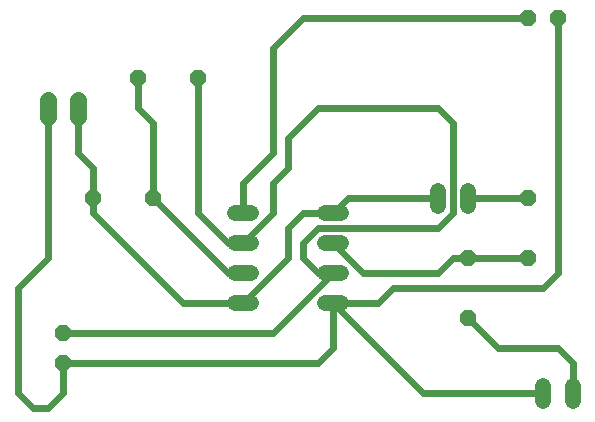
<source format=gbr>
G04 EAGLE Gerber RS-274X export*
G75*
%MOMM*%
%FSLAX34Y34*%
%LPD*%
%INTop Copper*%
%IPPOS*%
%AMOC8*
5,1,8,0,0,1.08239X$1,22.5*%
G01*
%ADD10P,1.429621X8X292.500000*%
%ADD11P,1.429621X8X22.500000*%
%ADD12C,1.320800*%
%ADD13P,1.429621X8X202.500000*%
%ADD14P,1.429621X8X112.500000*%
%ADD15C,1.422400*%
%ADD16C,0.609600*%


D10*
X139700Y279400D03*
X139700Y254000D03*
D11*
X533400Y546100D03*
X558800Y546100D03*
D12*
X482600Y400304D02*
X482600Y387096D01*
X457200Y387096D02*
X457200Y400304D01*
X546100Y235204D02*
X546100Y221996D01*
X571500Y221996D02*
X571500Y235204D01*
X374904Y304800D02*
X361696Y304800D01*
X361696Y330200D02*
X374904Y330200D01*
X298704Y330200D02*
X285496Y330200D01*
X285496Y304800D02*
X298704Y304800D01*
X361696Y355600D02*
X374904Y355600D01*
X374904Y381000D02*
X361696Y381000D01*
X298704Y355600D02*
X285496Y355600D01*
X285496Y381000D02*
X298704Y381000D01*
D13*
X215900Y393700D03*
X165100Y393700D03*
X254000Y495300D03*
X203200Y495300D03*
D14*
X533400Y342900D03*
X533400Y393700D03*
X482600Y292100D03*
X482600Y342900D03*
D15*
X127000Y462788D02*
X127000Y477012D01*
X152400Y477012D02*
X152400Y462788D01*
D16*
X203200Y469900D02*
X215900Y457200D01*
X203200Y469900D02*
X203200Y495300D01*
X215900Y457200D02*
X215900Y393700D01*
X279400Y330200D01*
X292100Y330200D01*
X254000Y381000D02*
X254000Y495300D01*
X254000Y381000D02*
X279400Y355600D01*
X292100Y355600D01*
X317500Y279400D02*
X139700Y279400D01*
X317500Y279400D02*
X368300Y330200D01*
X355600Y368300D02*
X457200Y368300D01*
X469900Y381000D01*
X469900Y457200D01*
X457200Y469900D01*
X355600Y469900D01*
X330200Y444500D01*
X342900Y355600D02*
X342900Y342900D01*
X355600Y330200D01*
X368300Y330200D01*
X342900Y355600D02*
X355600Y368300D01*
X317500Y381000D02*
X317500Y406400D01*
X330200Y419100D01*
X330200Y444500D01*
X317500Y381000D02*
X292100Y355600D01*
X152400Y431800D02*
X152400Y469900D01*
X152400Y431800D02*
X165100Y419100D01*
X165100Y393700D01*
X241300Y304800D02*
X292100Y304800D01*
X241300Y304800D02*
X165100Y381000D01*
X165100Y393700D01*
X368300Y381000D02*
X381000Y393700D01*
X457200Y393700D01*
X330200Y342900D02*
X292100Y304800D01*
X330200Y368300D02*
X342900Y381000D01*
X368300Y381000D01*
X330200Y368300D02*
X330200Y342900D01*
X127000Y342900D02*
X127000Y469900D01*
X127000Y342900D02*
X101600Y317500D01*
X101600Y228600D01*
X114300Y215900D01*
X127000Y215900D01*
X139700Y228600D01*
X139700Y254000D01*
X355600Y254000D02*
X368300Y266700D01*
X368300Y304800D01*
X355600Y254000D02*
X139700Y254000D01*
X368300Y304800D02*
X444500Y228600D01*
X546100Y228600D01*
X406400Y304800D02*
X368300Y304800D01*
X406400Y304800D02*
X419100Y317500D01*
X546100Y317500D01*
X558800Y330200D01*
X558800Y546100D01*
X533400Y393700D02*
X482600Y393700D01*
X482600Y342900D02*
X533400Y342900D01*
X393700Y330200D02*
X368300Y355600D01*
X393700Y330200D02*
X457200Y330200D01*
X469900Y342900D01*
X482600Y342900D01*
X482600Y292100D02*
X508000Y266700D01*
X558800Y266700D01*
X571500Y254000D01*
X571500Y228600D01*
X292100Y381000D02*
X292100Y406400D01*
X317500Y431800D02*
X317500Y520700D01*
X342900Y546100D01*
X533400Y546100D01*
X317500Y431800D02*
X292100Y406400D01*
M02*

</source>
